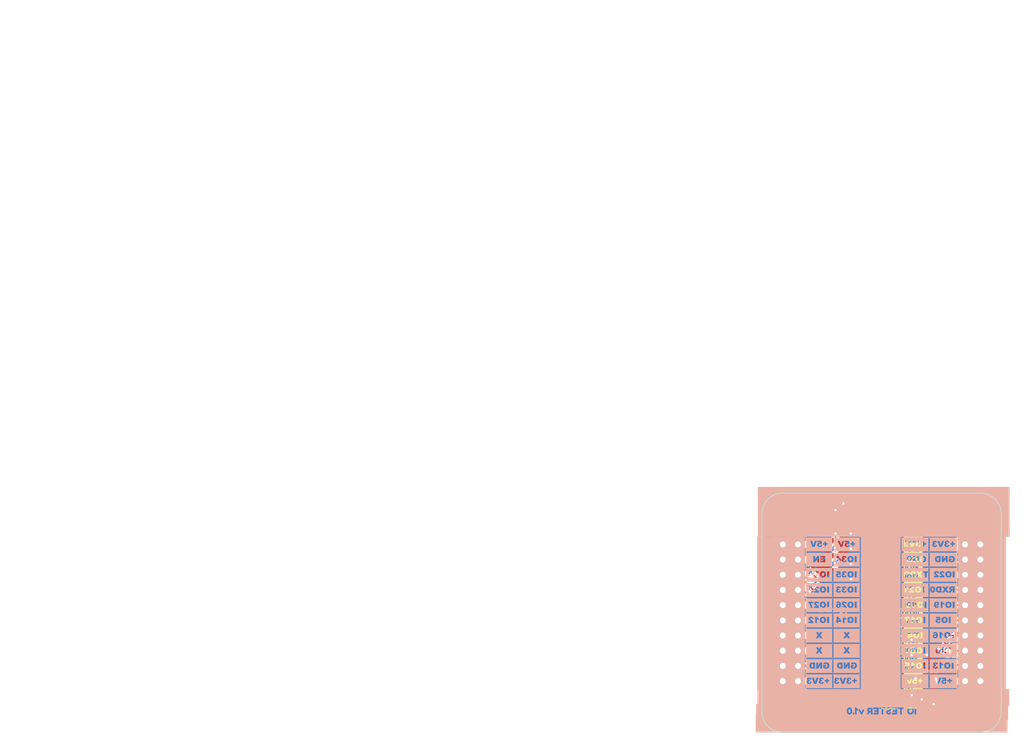
<source format=kicad_pcb>
(kicad_pcb (version 20211014) (generator pcbnew)
  (layers (0 "F.Cu" signal) (1 "In1.Cu" signal) (2 "In2.Cu" signal) (3 "In3.Cu" signal) (4 "In4.Cu" signal) (31 "B.Cu" signal) (34 "B.Paste" user) (35 "F.Paste" user) (36 "B.SilkS" user "B.Silkscreen") (37 "F.SilkS" user "F.Silkscreen") (38 "B.Mask" user) (39 "F.Mask" user) (44 "Edge.Cuts" user))
  (net 0 "")
  (net 1 "Net-(D1-Pad1)")
  (net 2 "/IO32")
  (net 3 "Net-(D2-Pad1)")
  (net 4 "/IO25")
  (net 5 "Net-(D3-Pad1)")
  (net 6 "/IO27")
  (net 7 "Net-(D4-Pad1)")
  (net 8 "/IO12")
  (net 9 "Net-(D5-Pad1)")
  (net 10 "/IO21")
  (net 11 "Net-(D6-Pad1)")
  (net 12 "/IO18")
  (net 13 "Net-(D7-Pad1)")
  (net 14 "/IO17")
  (net 15 "Net-(D8-Pad1)")
  (net 16 "/IO4")
  (net 17 "Net-(D9-Pad1)")
  (net 18 "/IO2")
  (net 19 "Net-(D10-Pad1)")
  (net 20 "/IO15")
  (net 21 "Net-(D11-Pad2)")
  (net 22 "/IO14")
  (net 23 "Net-(D12-Pad2)")
  (net 24 "/IO26")
  (net 25 "Net-(D13-Pad2)")
  (net 26 "/IO33")
  (net 27 "Net-(D14-Pad2)")
  (net 28 "/IO35")
  (net 29 "Net-(D15-Pad2)")
  (net 30 "/IO34")
  (net 31 "Net-(D16-Pad1)")
  (net 32 "/IO13")
  (net 33 "Net-(D17-Pad1)")
  (net 34 "/IO0")
  (net 35 "Net-(D18-Pad1)")
  (net 36 "/IO16")
  (net 37 "Net-(D19-Pad1)")
  (net 38 "/IO5")
  (net 39 "Net-(D20-Pad1)")
  (net 40 "/IO19")
  (net 41 "Net-(D21-Pad1)")
  (net 42 "/IO22")
  (net 43 "+5V")
  (net 44 "/EN")
  (net 49 "GND")
  (net 50 "+3V3")
  (net 51 "/TXD0")
  (net 52 "/RXD0")
  (footprint "Resistor_SMD:R_0603_1608Metric_Pad0.98x0.95mm_HandSolder" (layer "F.Cu") (at 145.6671 96.1136)
    (fp_text reference "R7" hide)
    (fp_text value "1k")
    (pad "1" smd roundrect locked (at -0.9125 0) (size 0.975 0.95) (layers "F.Cu" "F.Paste" "F.Mask") (net 49 "GND"))
    (pad "2" smd roundrect locked (at 0.9125 0) (size 0.975 0.95) (layers "F.Cu" "F.Paste" "F.Mask") (net 13 "Net-(D7-Pad1)"))
  )
  (footprint "LED_SMD:LED_0603_1608Metric_Pad1.05x0.95mm_HandSolder" (layer "F.Cu") (at 149.0726 102.2096 180)
    (fp_text reference "D15" hide)
    (fp_text value "LED")
    (pad "1" smd roundrect locked (at -0.875 0 180) (size 1.05 0.95) (layers "F.Cu" "F.Paste" "F.Mask") (net 49 "GND"))
    (pad "2" smd roundrect locked (at 0.875 0 180) (size 1.05 0.95) (layers "F.Cu" "F.Paste" "F.Mask") (net 29 "Net-(D15-Pad2)"))
  )
  (footprint "LED_SMD:LED_0603_1608Metric_Pad1.05x0.95mm_HandSolder" (layer "F.Cu") (at 149.0707 96.1136)
    (fp_text reference "D7" hide)
    (fp_text value "LED")
    (pad "1" smd roundrect locked (at -0.875 0) (size 1.05 0.95) (layers "F.Cu" "F.Paste" "F.Mask") (net 13 "Net-(D7-Pad1)"))
    (pad "2" smd roundrect locked (at 0.875 0) (size 1.05 0.95) (layers "F.Cu" "F.Paste" "F.Mask") (net 14 "/IO17"))
  )
  (footprint "LED_SMD:LED_0603_1608Metric_Pad1.05x0.95mm_HandSolder" (layer "F.Cu") (at 149.0707 86.9696)
    (fp_text reference "D1" hide)
    (fp_text value "LED")
    (pad "1" smd roundrect locked (at -0.875 0) (size 1.05 0.95) (layers "F.Cu" "F.Paste" "F.Mask") (net 1 "Net-(D1-Pad1)"))
    (pad "2" smd roundrect locked (at 0.875 0) (size 1.05 0.95) (layers "F.Cu" "F.Paste" "F.Mask") (net 2 "/IO32"))
  )
  (footprint "LED_SMD:LED_0603_1608Metric_Pad1.05x0.95mm_HandSolder" (layer "F.Cu") (at 149.0707 91.5416)
    (fp_text reference "D4" hide)
    (fp_text value "LED")
    (pad "1" smd roundrect locked (at -0.875 0) (size 1.05 0.95) (layers "F.Cu" "F.Paste" "F.Mask") (net 7 "Net-(D4-Pad1)"))
    (pad "2" smd roundrect locked (at 0.875 0) (size 1.05 0.95) (layers "F.Cu" "F.Paste" "F.Mask") (net 8 "/IO12"))
  )
  (footprint "Resistor_SMD:R_0603_1608Metric_Pad0.98x0.95mm_HandSolder" (layer "F.Cu") (at 145.6671 111.3536)
    (fp_text reference "R17" hide)
    (fp_text value "1k")
    (pad "1" smd roundrect locked (at -0.9125 0) (size 0.975 0.95) (layers "F.Cu" "F.Paste" "F.Mask") (net 49 "GND"))
    (pad "2" smd roundrect locked (at 0.9125 0) (size 0.975 0.95) (layers "F.Cu" "F.Paste" "F.Mask") (net 33 "Net-(D17-Pad1)"))
  )
  (footprint "Resistor_SMD:R_0603_1608Metric_Pad0.98x0.95mm_HandSolder" (layer "F.Cu") (at 145.669 103.7336 180)
    (fp_text reference "R14" hide)
    (fp_text value "1k")
    (pad "1" smd roundrect locked (at -0.9125 0 180) (size 0.975 0.95) (layers "F.Cu" "F.Paste" "F.Mask") (net 27 "Net-(D14-Pad2)"))
    (pad "2" smd roundrect locked (at 0.9125 0 180) (size 0.975 0.95) (layers "F.Cu" "F.Paste" "F.Mask") (net 28 "/IO35"))
  )
  (footprint "LED_SMD:LED_0603_1608Metric_Pad1.05x0.95mm_HandSolder" (layer "F.Cu") (at 149.0707 114.4016)
    (fp_text reference "D19" hide)
    (fp_text value "LED")
    (pad "1" smd roundrect locked (at -0.875 0) (size 1.05 0.95) (layers "F.Cu" "F.Paste" "F.Mask") (net 37 "Net-(D19-Pad1)"))
    (pad "2" smd roundrect locked (at 0.875 0) (size 1.05 0.95) (layers "F.Cu" "F.Paste" "F.Mask") (net 38 "/IO5"))
  )
  (footprint "Resistor_SMD:R_0603_1608Metric_Pad0.98x0.95mm_HandSolder" (layer "F.Cu") (at 145.6671 115.9256)
    (fp_text reference "R20" hide)
    (fp_text value "1k")
    (pad "1" smd roundrect locked (at -0.9125 0) (size 0.975 0.95) (layers "F.Cu" "F.Paste" "F.Mask") (net 49 "GND"))
    (pad "2" smd roundrect locked (at 0.9125 0) (size 0.975 0.95) (layers "F.Cu" "F.Paste" "F.Mask") (net 39 "Net-(D20-Pad1)"))
  )
  (footprint "LED_SMD:LED_0603_1608Metric_Pad1.05x0.95mm_HandSolder" (layer "F.Cu") (at 149.0707 99.1616)
    (fp_text reference "D9" hide)
    (fp_text value "LED")
    (pad "1" smd roundrect locked (at -0.875 0) (size 1.05 0.95) (layers "F.Cu" "F.Paste" "F.Mask") (net 17 "Net-(D9-Pad1)"))
    (pad "2" smd roundrect locked (at 0.875 0) (size 1.05 0.95) (layers "F.Cu" "F.Paste" "F.Mask") (net 18 "/IO2"))
  )
  (footprint "LED_SMD:LED_0603_1608Metric_Pad1.05x0.95mm_HandSolder" (layer "F.Cu") (at 149.0707 117.4496)
    (fp_text reference "D21" hide)
    (fp_text value "LED")
    (pad "1" smd roundrect locked (at -0.875 0) (size 1.05 0.95) (layers "F.Cu" "F.Paste" "F.Mask") (net 41 "Net-(D21-Pad1)"))
    (pad "2" smd roundrect locked (at 0.875 0) (size 1.05 0.95) (layers "F.Cu" "F.Paste" "F.Mask") (net 42 "/IO22"))
  )
  (footprint "Resistor_SMD:R_0603_1608Metric_Pad0.98x0.95mm_HandSolder" (layer "F.Cu") (at 145.669 106.7816 180)
    (fp_text reference "R12" hide)
    (fp_text value "1k")
    (pad "1" smd roundrect locked (at -0.9125 0 180) (size 0.975 0.95) (layers "F.Cu" "F.Paste" "F.Mask") (net 23 "Net-(D12-Pad2)"))
    (pad "2" smd roundrect locked (at 0.9125 0 180) (size 0.975 0.95) (layers "F.Cu" "F.Paste" "F.Mask") (net 24 "/IO26"))
  )
  (footprint "Resistor_SMD:R_0603_1608Metric_Pad0.98x0.95mm_HandSolder" (layer "F.Cu") (at 145.6671 99.1616)
    (fp_text reference "R9" hide)
    (fp_text value "1k")
    (pad "1" smd roundrect locked (at -0.9125 0) (size 0.975 0.95) (layers "F.Cu" "F.Paste" "F.Mask") (net 49 "GND"))
    (pad "2" smd roundrect locked (at 0.9125 0) (size 0.975 0.95) (layers "F.Cu" "F.Paste" "F.Mask") (net 17 "Net-(D9-Pad1)"))
  )
  (footprint "LED_SMD:LED_0603_1608Metric_Pad1.05x0.95mm_HandSolder" (layer "F.Cu") (at 149.0707 111.3536)
    (fp_text reference "D17" hide)
    (fp_text value "LED")
    (pad "1" smd roundrect locked (at -0.875 0) (size 1.05 0.95) (layers "F.Cu" "F.Paste" "F.Mask") (net 33 "Net-(D17-Pad1)"))
    (pad "2" smd roundrect locked (at 0.875 0) (size 1.05 0.95) (layers "F.Cu" "F.Paste" "F.Mask") (net 34 "/IO0"))
  )
  (footprint "Resistor_SMD:R_0603_1608Metric_Pad0.98x0.95mm_HandSolder" (layer "F.Cu") (at 145.6671 97.6376)
    (fp_text reference "R8" hide)
    (fp_text value "1k")
    (pad "1" smd roundrect locked (at -0.9125 0) (size 0.975 0.95) (layers "F.Cu" "F.Paste" "F.Mask") (net 49 "GND"))
    (pad "2" smd roundrect locked (at 0.9125 0) (size 0.975 0.95) (layers "F.Cu" "F.Paste" "F.Mask") (net 15 "Net-(D8-Pad1)"))
  )
  (footprint "LED_SMD:LED_0603_1608Metric_Pad1.05x0.95mm_HandSolder" (layer "F.Cu") (at 149.0707 109.8296)
    (fp_text reference "D16" hide)
    (fp_text value "LED")
    (pad "1" smd roundrect locked (at -0.875 0) (size 1.05 0.95) (layers "F.Cu" "F.Paste" "F.Mask") (net 31 "Net-(D16-Pad1)"))
    (pad "2" smd roundrect locked (at 0.875 0) (size 1.05 0.95) (layers "F.Cu" "F.Paste" "F.Mask") (net 32 "/IO13"))
  )
  (footprint "Resistor_SMD:R_0603_1608Metric_Pad0.98x0.95mm_HandSolder" (layer "F.Cu") (at 145.6671 114.4016)
    (fp_text reference "R19" hide)
    (fp_text value "1k")
    (pad "1" smd roundrect locked (at -0.9125 0) (size 0.975 0.95) (layers "F.Cu" "F.Paste" "F.Mask") (net 49 "GND"))
    (pad "2" smd roundrect locked (at 0.9125 0) (size 0.975 0.95) (layers "F.Cu" "F.Paste" "F.Mask") (net 37 "Net-(D19-Pad1)"))
  )
  (footprint "Resistor_SMD:R_0603_1608Metric_Pad0.98x0.95mm_HandSolder" (layer "F.Cu") (at 145.6671 117.4496)
    (fp_text reference "R21" hide)
    (fp_text value "1k")
    (pad "1" smd roundrect locked (at -0.9125 0) (size 0.975 0.95) (layers "F.Cu" "F.Paste" "F.Mask") (net 49 "GND"))
    (pad "2" smd roundrect locked (at 0.9125 0) (size 0.975 0.95) (layers "F.Cu" "F.Paste" "F.Mask") (net 41 "Net-(D21-Pad1)"))
  )
  (footprint "Resistor_SMD:R_0603_1608Metric_Pad0.98x0.95mm_HandSolder" (layer "F.Cu") (at 145.6671 91.5416)
    (fp_text reference "R4" hide)
    (fp_text value "1k")
    (pad "1" smd roundrect locked (at -0.9125 0) (size 0.975 0.95) (layers "F.Cu" "F.Paste" "F.Mask") (net 49 "GND"))
    (pad "2" smd roundrect locked (at 0.9125 0) (size 0.975 0.95) (layers "F.Cu" "F.Paste" "F.Mask") (net 7 "Net-(D4-Pad1)"))
  )
  (footprint "LED_SMD:LED_0603_1608Metric_Pad1.05x0.95mm_HandSolder" (layer "F.Cu") (at 149.0707 94.5896)
    (fp_text reference "D6" hide)
    (fp_text value "LED")
    (pad "1" smd roundrect locked (at -0.875 0) (size 1.05 0.95) (layers "F.Cu" "F.Paste" "F.Mask") (net 11 "Net-(D6-Pad1)"))
    (pad "2" smd roundrect locked (at 0.875 0) (size 1.05 0.95) (layers "F.Cu" "F.Paste" "F.Mask") (net 12 "/IO18"))
  )
  (footprint "Resistor_SMD:R_0603_1608Metric_Pad0.98x0.95mm_HandSolder" (layer "F.Cu") (at 145.6671 100.6856)
    (fp_text reference "R10" hide)
    (fp_text value "1k")
    (pad "1" smd roundrect locked (at -0.9125 0) (size 0.975 0.95) (layers "F.Cu" "F.Paste" "F.Mask") (net 49 "GND"))
    (pad "2" smd roundrect locked (at 0.9125 0) (size 0.975 0.95) (layers "F.Cu" "F.Paste" "F.Mask") (net 19 "Net-(D10-Pad1)"))
  )
  (footprint "LED_SMD:LED_0603_1608Metric_Pad1.05x0.95mm_HandSolder" (layer "F.Cu") (at 149.0707 90.0176)
    (fp_text reference "D3" hide)
    (fp_text value "LED")
    (pad "1" smd roundrect locked (at -0.875 0) (size 1.05 0.95) (layers "F.Cu" "F.Paste" "F.Mask") (net 5 "Net-(D3-Pad1)"))
    (pad "2" smd roundrect locked (at 0.875 0) (size 1.05 0.95) (layers "F.Cu" "F.Paste" "F.Mask") (net 6 "/IO27"))
  )
  (footprint "LED_SMD:LED_0603_1608Metric_Pad1.05x0.95mm_HandSolder" (layer "F.Cu") (at 149.0707 88.4936)
    (fp_text reference "D2" hide)
    (fp_text value "LED")
    (pad "1" smd roundrect locked (at -0.875 0) (size 1.05 0.95) (layers "F.Cu" "F.Paste" "F.Mask") (net 3 "Net-(D2-Pad1)"))
    (pad "2" smd roundrect locked (at 0.875 0) (size 1.05 0.95) (layers "F.Cu" "F.Paste" "F.Mask") (net 4 "/IO25"))
  )
  (footprint "Resistor_SMD:R_0603_1608Metric_Pad0.98x0.95mm_HandSolder" (layer "F.Cu") (at 145.6671 94.5896)
    (fp_text reference "R6" hide)
    (fp_text value "1k")
    (pad "1" smd roundrect locked (at -0.9125 0) (size 0.975 0.95) (layers "F.Cu" "F.Paste" "F.Mask") (net 49 "GND"))
    (pad "2" smd roundrect locked (at 0.9125 0) (size 0.975 0.95) (layers "F.Cu" "F.Paste" "F.Mask") (net 11 "Net-(D6-Pad1)"))
  )
  (footprint "Resistor_SMD:R_0603_1608Metric_Pad0.98x0.95mm_HandSolder" (layer "F.Cu") (at 145.6671 93.0656)
    (fp_text reference "R5" hide)
    (fp_text value "1k")
    (pad "1" smd roundrect locked (at -0.9125 0) (size 0.975 0.95) (layers "F.Cu" "F.Paste" "F.Mask") (net 49 "GND"))
    (pad "2" smd roundrect locked (at 0.9125 0) (size 0.975 0.95) (layers "F.Cu" "F.Paste" "F.Mask") (net 9 "Net-(D5-Pad1)"))
  )
  (footprint "LED_SMD:LED_0603_1608Metric_Pad1.05x0.95mm_HandSolder" (layer "F.Cu") (at 149.0707 100.6856)
    (fp_text reference "D10" hide)
    (fp_text value "LED")
    (pad "1" smd roundrect locked (at -0.875 0) (size 1.05 0.95) (layers "F.Cu" "F.Paste" "F.Mask") (net 19 "Net-(D10-Pad1)"))
    (pad "2" smd roundrect locked (at 0.875 0) (size 1.05 0.95) (layers "F.Cu" "F.Paste" "F.Mask") (net 20 "/IO15"))
  )
  (footprint "LED_SMD:LED_0603_1608Metric_Pad1.05x0.95mm_HandSolder" (layer "F.Cu") (at 149.0707 97.6376)
    (fp_text reference "D8" hide)
    (fp_text value "LED")
    (pad "1" smd roundrect locked (at -0.875 0) (size 1.05 0.95) (layers "F.Cu" "F.Paste" "F.Mask") (net 15 "Net-(D8-Pad1)"))
    (pad "2" smd roundrect locked (at 0.875 0) (size 1.05 0.95) (layers "F.Cu" "F.Paste" "F.Mask") (net 16 "/IO4"))
  )
  (footprint "LED_SMD:LED_0603_1608Metric_Pad1.05x0.95mm_HandSolder" (layer "F.Cu") (at 149.0707 105.2576 180)
    (fp_text reference "D13" hide)
    (fp_text value "LED")
    (pad "1" smd roundrect locked (at -0.875 0 180) (size 1.05 0.95) (layers "F.Cu" "F.Paste" "F.Mask") (net 49 "GND"))
    (pad "2" smd roundrect locked (at 0.875 0 180) (size 1.05 0.95) (layers "F.Cu" "F.Paste" "F.Mask") (net 25 "Net-(D13-Pad2)"))
  )
  (footprint "LED_SMD:LED_0603_1608Metric_Pad1.05x0.95mm_HandSolder" (layer "F.Cu") (at 149.0726 103.7336 180)
    (fp_text reference "D14" hide)
    (fp_text value "LED")
    (pad "1" smd roundrect locked (at -0.875 0 180) (size 1.05 0.95) (layers "F.Cu" "F.Paste" "F.Mask") (net 49 "GND"))
    (pad "2" smd roundrect locked (at 0.875 0 180) (size 1.05 0.95) (layers "F.Cu" "F.Paste" "F.Mask") (net 27 "Net-(D14-Pad2)"))
  )
  (footprint "Resistor_SMD:R_0603_1608Metric_Pad0.98x0.95mm_HandSolder" (layer "F.Cu") (at 145.6671 88.4936)
    (fp_text reference "R2" hide)
    (fp_text value "1k")
    (pad "1" smd roundrect locked (at -0.9125 0) (size 0.975 0.95) (layers "F.Cu" "F.Paste" "F.Mask") (net 49 "GND"))
    (pad "2" smd roundrect locked (at 0.9125 0) (size 0.975 0.95) (layers "F.Cu" "F.Paste" "F.Mask") (net 3 "Net-(D2-Pad1)"))
  )
  (footprint "Resistor_SMD:R_0603_1608Metric_Pad0.98x0.95mm_HandSolder" (layer "F.Cu") (at 145.6671 112.8776)
    (fp_text reference "R18" hide)
    (fp_text value "1k")
    (pad "1" smd roundrect locked (at -0.9125 0) (size 0.975 0.95) (layers "F.Cu" "F.Paste" "F.Mask") (net 49 "GND"))
    (pad "2" smd roundrect locked (at 0.9125 0) (size 0.975 0.95) (layers "F.Cu" "F.Paste" "F.Mask") (net 35 "Net-(D18-Pad1)"))
  )
  (footprint "Connector_PinHeader_2.54mm:PinHeader_2x10_P2.54mm_Vertical" (layer "F.Cu") (at 130.871 90.7142)
    (fp_text reference "J1" hide)
    (fp_text value "Conn_02x10_Odd_Even")
    (pad "1" thru_hole rect locked (at 0 0) (size 1.7 1.7) (drill 1) (layers *.Cu *.Mask) (net 43 "+5V"))
    (pad "2" thru_hole oval locked (at 2.54 0) (size 1.7 1.7) (drill 1) (layers *.Cu *.Mask) (net 43 "+5V"))
    (pad "3" thru_hole oval locked (at 0 2.54) (size 1.7 1.7) (drill 1) (layers *.Cu *.Mask) (net 44 "/EN"))
    (pad "4" thru_hole oval locked (at 2.54 2.54) (size 1.7 1.7) (drill 1) (layers *.Cu *.Mask) (net 30 "/IO34"))
    (pad "5" thru_hole oval locked (at 0 5.08) (size 1.7 1.7) (drill 1) (layers *.Cu *.Mask) (net 2 "/IO32"))
    (pad "6" thru_hole oval locked (at 2.54 5.08) (size 1.7 1.7) (drill 1) (layers *.Cu *.Mask) (net 28 "/IO35"))
    (pad "7" thru_hole oval locked (at 0 7.62) (size 1.7 1.7) (drill 1) (layers *.Cu *.Mask) (net 4 "/IO25"))
    (pad "8" thru_hole oval locked (at 2.54 7.62) (size 1.7 1.7) (drill 1) (layers *.Cu *.Mask) (net 26 "/IO33"))
    (pad "9" thru_hole oval locked (at 0 10.16) (size 1.7 1.7) (drill 1) (layers *.Cu *.Mask) (net 6 "/IO27"))
    (pad "10" thru_hole oval locked (at 2.54 10.16) (size 1.7 1.7) (drill 1) (layers *.Cu *.Mask) (net 24 "/IO26"))
    (pad "11" thru_hole oval locked (at 0 12.7) (size 1.7 1.7) (drill 1) (layers *.Cu *.Mask) (net 8 "/IO12"))
    (pad "12" thru_hole oval locked (at 2.54 12.7) (size 1.7 1.7) (drill 1) (layers *.Cu *.Mask) (net 22 "/IO14"))
    (pad "13" thru_hole oval locked (at 0 15.24) (size 1.7 1.7) (drill 1) (layers *.Cu *.Mask))
    (pad "14" thru_hole oval locked (at 2.54 15.24) (size 1.7 1.7) (drill 1) (layers *.Cu *.Mask))
    (pad "15" thru_hole oval locked (at 0 17.78) (size 1.7 1.7) (drill 1) (layers *.Cu *.Mask))
    (pad "16" thru_hole oval locked (at 2.54 17.78) (size 1.7 1.7) (drill 1) (layers *.Cu *.Mask))
    (pad "17" thru_hole oval locked (at 0 20.32) (size 1.7 1.7) (drill 1) (layers *.Cu *.Mask) (net 49 "GND"))
    (pad "18" thru_hole oval locked (at 2.54 20.32) (size 1.7 1.7) (drill 1) (layers *.Cu *.Mask) (net 49 "GND"))
    (pad "19" thru_hole oval locked (at 0 22.86) (size 1.7 1.7) (drill 1) (layers *.Cu *.Mask) (net 50 "+3V3"))
    (pad "20" thru_hole oval locked (at 2.54 22.86) (size 1.7 1.7) (drill 1) (layers *.Cu *.Mask) (net 50 "+3V3"))
  )
  (footprint "LED_SMD:LED_0603_1608Metric_Pad1.05x0.95mm_HandSolder" (layer "F.Cu") (at 149.0707 93.0656)
    (fp_text reference "D5" hide)
    (fp_text value "LED")
    (pad "1" smd roundrect locked (at -0.875 0) (size 1.05 0.95) (layers "F.Cu" "F.Paste" "F.Mask") (net 9 "Net-(D5-Pad1)"))
    (pad "2" smd roundrect locked (at 0.875 0) (size 1.05 0.95) (layers "F.Cu" "F.Paste" "F.Mask") (net 10 "/IO21"))
  )
  (footprint "LED_SMD:LED_0603_1608Metric_Pad1.05x0.95mm_HandSolder" (layer "F.Cu") (at 149.0726 106.7816 180)
    (fp_text reference "D12" hide)
    (fp_text value "LED")
    (pad "1" smd roundrect locked (at -0.875 0 180) (size 1.05 0.95) (layers "F.Cu" "F.Paste" "F.Mask") (net 49 "GND"))
    (pad "2" smd roundrect locked (at 0.875 0 180) (size 1.05 0.95) (layers "F.Cu" "F.Paste" "F.Mask") (net 23 "Net-(D12-Pad2)"))
  )
  (footprint "Resistor_SMD:R_0603_1608Metric_Pad0.98x0.95mm_HandSolder" (layer "F.Cu") (at 145.669 108.3056 180)
    (fp_text reference "R11" hide)
    (fp_text value "1k")
    (pad "1" smd roundrect locked (at -0.9125 0 180) (size 0.975 0.95) (layers "F.Cu" "F.Paste" "F.Mask") (net 21 "Net-(D11-Pad2)"))
    (pad "2" smd roundrect locked (at 0.9125 0 180) (size 0.975 0.95) (layers "F.Cu" "F.Paste" "F.Mask") (net 22 "/IO14"))
  )
  (footprint "Resistor_SMD:R_0603_1608Metric_Pad0.98x0.95mm_HandSolder" (layer "F.Cu") (at 145.669 102.2096 180)
    (fp_text reference "R15" hide)
    (fp_text value "1k")
    (pad "1" smd roundrect locked (at -0.9125 0 180) (size 0.975 0.95) (layers "F.Cu" "F.Paste" "F.Mask") (net 29 "Net-(D15-Pad2)"))
    (pad "2" smd roundrect locked (at 0.9125 0 180) (size 0.975 0.95) (layers "F.Cu" "F.Paste" "F.Mask") (net 30 "/IO34"))
  )
  (footprint "Resistor_SMD:R_0603_1608Metric_Pad0.98x0.95mm_HandSolder" (layer "F.Cu") (at 145.6671 109.8296)
    (fp_text reference "R16" hide)
    (fp_text value "1k")
    (pad "1" smd roundrect locked (at -0.9125 0) (size 0.975 0.95) (layers "F.Cu" "F.Paste" "F.Mask") (net 49 "GND"))
    (pad "2" smd roundrect locked (at 0.9125 0) (size 0.975 0.95) (layers "F.Cu" "F.Paste" "F.Mask") (net 31 "Net-(D16-Pad1)"))
  )
  (footprint "kibuzzard-6415BE7B" (layer "F.Cu") (at 152.6794 102.1842)
    (fp_text reference "kibuzzard-6415BE7B" hide)
    (fp_text value "G***" hide)
  )
  (footprint "LED_SMD:LED_0603_1608Metric_Pad1.05x0.95mm_HandSolder" (layer "F.Cu") (at 149.0726 108.3056 180)
    (fp_text reference "D11" hide)
    (fp_text value "LED")
    (pad "1" smd roundrect locked (at -0.875 0 180) (size 1.05 0.95) (layers "F.Cu" "F.Paste" "F.Mask") (net 49 "GND"))
    (pad "2" smd roundrect locked (at 0.875 0 180) (size 1.05 0.95) (layers "F.Cu" "F.Paste" "F.Mask") (net 21 "Net-(D11-Pad2)"))
  )
  (footprint "Resistor_SMD:R_0603_1608Metric_Pad0.98x0.95mm_HandSolder" (layer "F.Cu") (at 145.6671 90.0176)
    (fp_text reference "R3" hide)
    (fp_text value "1k")
    (pad "1" smd roundrect locked (at -0.9125 0) (size 0.975 0.95) (layers "F.Cu" "F.Paste" "F.Mask") (net 49 "GND"))
    (pad "2" smd roundrect locked (at 0.9125 0) (size 0.975 0.95) (layers "F.Cu" "F.Paste" "F.Mask") (net 5 "Net-(D3-Pad1)"))
  )
  (footprint "Resistor_SMD:R_0603_1608Metric_Pad0.98x0.95mm_HandSolder" (layer "F.Cu") (at 145.6671 105.2576 180)
    (fp_text reference "R13" hide)
    (fp_text value "1k")
    (pad "1" smd roundrect locked (at -0.9125 0 180) (size 0.975 0.95) (layers "F.Cu" "F.Paste" "F.Mask") (net 25 "Net-(D13-Pad2)"))
    (pad "2" smd roundrect locked (at 0.9125 0 180) (size 0.975 0.95) (layers "F.Cu" "F.Paste" "F.Mask") (net 26 "/IO33"))
  )
  (footprint "Resistor_SMD:R_0603_1608Metric_Pad0.98x0.95mm_HandSolder" (layer "F.Cu") (at 145.6671 86.9696)
    (fp_text reference "R1" hide)
    (fp_text value "1k")
    (pad "1" smd roundrect locked (at -0.9125 0) (size 0.975 0.95) (layers "F.Cu" "F.Paste" "F.Mask") (net 49 "GND"))
    (pad "2" smd roundrect locked (at 0.9125 0) (size 0.975 0.95) (layers "F.Cu" "F.Paste" "F.Mask") (net 1 "Net-(D1-Pad1)"))
  )
  (footprint "Connector_PinHeader_2.54mm:PinHeader_2x10_P2.54mm_Vertical" (layer "F.Cu") (at 161.351 90.7142)
    (fp_text reference "J2" hide)
    (fp_text value "Conn_02x10_Odd_Even")
    (pad "1" thru_hole rect locked (at 0 0) (size 1.7 1.7) (drill 1) (layers *.Cu *.Mask) (net 50 "+3V3"))
    (pad "2" thru_hole oval locked (at 2.54 0) (size 1.7 1.7) (drill 1) (layers *.Cu *.Mask) (net 50 "+3V3"))
    (pad "3" thru_hole oval locked (at 0 2.54) (size 1.7 1.7) (drill 1) (layers *.Cu *.Mask) (net 49 "GND"))
    (pad "4" thru_hole oval locked (at 2.54 2.54) (size 1.7 1.7) (drill 1) (layers *.Cu *.Mask) (net 49 "GND"))
    (pad "5" thru_hole oval locked (at 0 5.08) (size 1.7 1.7) (drill 1) (layers *.Cu *.Mask) (net 51 "/TXD0"))
    (pad "6" thru_hole oval locked (at 2.54 5.08) (size 1.7 1.7) (drill 1) (layers *.Cu *.Mask) (net 42 "/IO22"))
    (pad "7" thru_hole oval locked (at 0 7.62) (size 1.7 1.7) (drill 1) (layers *.Cu *.Mask) (net 10 "/IO21"))
    (pad "8" thru_hole oval locked (at 2.54 7.62) (size 1.7 1.7) (drill 1) (layers *.Cu *.Mask) (net 52 "/RXD0"))
    (pad "9" thru_hole oval locked (at 0 10.16) (size 1.7 1.7) (drill 1) (layers *.Cu *.Mask) (net 12 "/IO18"))
    (pad "10" thru_hole oval locked (at 2.54 10.16) (size 1.7 1.7) (drill 1) (layers *.Cu *.Mask) (net 40 "/IO19"))
    (pad "11" thru_hole oval locked (at 0 12.7) (size 1.7 1.7) (drill 1) (layers *.Cu *.Mask) (net 14 "/IO17"))
    (pad "12" thru_hole oval locked (at 2.54 12.7) (size 1.7 1.7) (drill 1) (layers *.Cu *.Mask) (net 38 "/IO5"))
    (pad "13" thru_hole oval locked (at 0 15.24) (size 1.7 1.7) (drill 1) (layers *.Cu *.Mask) (net 16 "/IO4"))
    (pad "14" thru_hole oval locked (at 2.54 15.24) (size 1.7 1.7) (drill 1) (layers *.Cu *.Mask) (net 36 "/IO16"))
    (pad "15" thru_hole oval locked (at 0 17.78) (size 1.7 1.7) (drill 1) (layers *.Cu *.Mask) (net 18 "/IO2"))
    (pad "16" thru_hole oval locked (at 2.54 17.78) (size 1.7 1.7) (drill 1) (layers *.Cu *.Mask) (net 34 "/IO0"))
    (pad "17" thru_hole oval locked (at 0 20.32) (size 1.7 1.7) (drill 1) (layers *.Cu *.Mask) (net 20 "/IO15"))
    (pad "18" thru_hole oval locked (at 2.54 20.32) (size 1.7 1.7) (drill 1) (layers *.Cu *.Mask) (net 32 "/IO13"))
    (pad "19" thru_hole oval locked (at 0 22.86) (size 1.7 1.7) (drill 1) (layers *.Cu *.Mask) (net 43 "+5V"))
    (pad "20" thru_hole oval locked (at 2.54 22.86) (size 1.7 1.7) (drill 1) (layers *.Cu *.Mask) (net 43 "+5V"))
  )
  (footprint "LED_SMD:LED_0603_1608Metric_Pad1.05x0.95mm_HandSolder" (layer "F.Cu") (at 149.0707 115.9256)
    (fp_text reference "D20" hide)
    (fp_text value "LED")
    (pad "1" smd roundrect locked (at -0.875 0) (size 1.05 0.95) (layers "F.Cu" "F.Paste" "F.Mask") (net 39 "Net-(D20-Pad1)"))
    (pad "2" smd roundrect locked (at 0.875 0) (size 1.05 0.95) (layers "F.Cu" "F.Paste" "F.Mask") (net 40 "/IO19"))
  )
  (footprint "LED_SMD:LED_0603_1608Metric_Pad1.05x0.95mm_HandSolder" (layer "F.Cu") (at 149.0707 112.8776)
    (fp_text reference "D18" hide)
    (fp_text value "LED")
    (pad "1" smd roundrect locked (at -0.875 0) (size 1.05 0.95) (layers "F.Cu" "F.Paste" "F.Mask") (net 35 "Net-(D18-Pad1)"))
    (pad "2" smd roundrect locked (at 0.875 0) (size 1.05 0.95) (layers "F.Cu" "F.Paste" "F.Mask") (net 36 "/IO16"))
  )
  (footprint "footprint:ConnectCube_IO_02" (layer "B.Cu") (at 139.2428 102.1588 180)
    (fp_text reference "G***" (at 0 0) (layer "B.SilkS") (effects (font (size 1.524 1.524) (thickness 0.3)) (justify mirror)))
    (fp_text value "LOGO" hide)
  )
  (footprint "footprint:ConnectCube_IO_01" (layer "B.Cu") (at 155.3718 102.1588 180)
    (fp_text reference "G***" hide)
    (fp_text value "LOGO" hide)
  )
  (footprint "kibuzzard-6415B1F6" (layer "B.Cu") (at 147.381 118.5672 180)
    (fp_text reference "kibuzzard-6415B1F6" hide)
    (fp_text value "G***" hide)
  )
  (gr_rect (start 160.2359 89.2556) (end 168.0845 115.0366) (layer "B.SilkS") (width 0.15) (fill solid))
  (gr_rect (start 150.5077 115.1382) (end 143.9799 81.2292) (layer "B.SilkS") (width 0.15) (fill solid))
  (gr_rect (start 126.4793 117.4496) (end 141.3891 120.1928) (layer "B.SilkS") (width 0.15) (fill solid))
  (gr_rect (start 153.5557 117.2464) (end 168.4655 119.9896) (layer "B.SilkS") (width 0.15) (fill solid))
  (gr_rect (start 126.7841 81.1784) (end 168.7195 89.3826) (layer "B.SilkS") (width 0.15) (fill solid))
  (gr_rect (start 126.7206 114.9731) (end 168.656 117.7163) (layer "B.SilkS") (width 0.15) (fill solid))
  (gr_rect (start 126.4285 119.3546) (end 168.3639 122.0978) (layer "B.SilkS") (width 0.15) (fill solid))
  (gr_rect (start 126.6571 89.5096) (end 134.5057 115.0112) (layer "B.SilkS") (width 0.15) (fill solid))
  (gr_line (start 163.931 122.1442) (end 130.831 122.1442) (layer "Edge.Cuts") (width 0.2))
  (gr_arc (start 163.931 82.1442) (mid 166.370518 83.154682) (end 167.381 85.5942) (layer "Edge.Cuts") (width 0.2))
  (gr_arc (start 127.381 85.5942) (mid 128.391481 83.154682) (end 130.830999 82.1442) (layer "Edge.Cuts") (width 0.2))
  (gr_arc (start 130.831 122.1442) (mid 128.391482 121.133718) (end 127.381 118.6942) (layer "Edge.Cuts") (width 0.2))
  (gr_line (start 167.381 85.5942) (end 167.381 118.6942) (layer "Edge.Cuts") (width 0.2))
  (gr_line (start 130.830999 82.1442) (end 163.931 82.1442) (layer "Edge.Cuts") (width 0.2))
  (gr_arc (start 167.381 118.6942) (mid 166.370518 121.133718) (end 163.931 122.1442) (layer "Edge.Cuts") (width 0.2))
  (gr_line (start 127.381 118.6942) (end 127.381 85.5942) (layer "Edge.Cuts") (width 0.2))
  (segment (start 146.5796 86.9696) (end 148.1957 86.9696) (width 0.25) (layer "F.Cu") (net 1))
  (segment (start 135.7376 90.678) (end 134.335911 92.079689) (width 0.25) (layer "F.Cu") (net 2))
  (segment (start 132.0546 92.94959) (end 132.0546 94.6106) (width 0.25) (layer "F.Cu") (net 2))
  (segment (start 136.929828 86.17008) (end 135.7376 87.362308) (width 0.25) (layer "F.Cu") (net 2))
  (segment (start 134.335911 92.079689) (end 132.924501 92.079689) (width 0.25) (layer "F.Cu") (net 2))
  (segment (start 132.924501 92.079689) (end 132.0546 92.94959) (width 0.25) (layer "F.Cu") (net 2))
  (segment (start 149.9457 86.9696) (end 149.14618 86.17008) (width 0.25) (layer "F.Cu") (net 2))
  (segment (start 135.7376 87.362308) (end 135.7376 90.678) (width 0.25) (layer "F.Cu") (net 2))
  (segment (start 149.14618 86.17008) (end 136.929828 86.17008) (width 0.25) (layer "F.Cu") (net 2))
  (segment (start 132.0546 94.6106) (end 130.871 95.7942) (width 0.25) (layer "F.Cu") (net 2))
  (segment (start 146.5796 88.4936) (end 148.1703 88.4936) (width 0.25) (layer "F.Cu") (net 3))
  (segment (start 148.1703 88.4936) (end 148.1957 88.4682) (width 0.25) (layer "F.Cu") (net 3))
  (segment (start 136.74363 85.72056) (end 150.016476 85.72056) (width 0.25) (layer "F.Cu") (net 4))
  (segment (start 129.696489 89.539689) (end 132.924501 89.539689) (width 0.25) (layer "F.Cu") (net 4))
  (segment (start 130.871 98.3342) (end 128.9304 96.3936) (width 0.25) (layer "F.Cu") (net 4))
  (segment (start 132.924501 89.539689) (end 136.74363 85.72056) (width 0.25) (layer "F.Cu") (net 4))
  (segment (start 150.016476 85.72056) (end 150.79522 86.499304) (width 0.25) (layer "F.Cu") (net 4))
  (segment (start 150.79522 86.499304) (end 150.79522 87.64408) (width 0.25) (layer "F.Cu") (net 4))
  (segment (start 128.9304 90.305778) (end 129.696489 89.539689) (width 0.25) (layer "F.Cu") (net 4))
  (segment (start 128.9304 96.3936) (end 128.9304 90.305778) (width 0.25) (layer "F.Cu") (net 4))
  (segment (start 150.79522 87.64408) (end 149.9457 88.4936) (width 0.25) (layer "F.Cu") (net 4))
  (segment (start 146.5796 90.0176) (end 148.1957 90.0176) (width 0.25) (layer "F.Cu") (net 5))
  (segment (start 139.97498 85.27104) (end 139.7 84.99606) (width 0.25) (layer "F.Cu") (net 6))
  (segment (start 150.202674 85.27104) (end 139.97498 85.27104) (width 0.25) (layer "F.Cu") (net 6))
  (segment (start 151.24474 88.71856) (end 151.24474 86.313106) (width 0.25) (layer "F.Cu") (net 6))
  (segment (start 149.9457 90.0176) (end 151.24474 88.71856) (width 0.25) (layer "F.Cu") (net 6))
  (segment (start 151.24474 86.313106) (end 150.202674 85.27104) (width 0.25) (layer "F.Cu") (net 6))
  (via (at 139.573 91.313) (size 0.8) (drill 0.4) (layers "F.Cu" "B.Cu") (net 6))
  (via (at 139.7 88.9) (size 0.8) (drill 0.4) (layers "F.Cu" "B.Cu") (net 6))
  (via (at 139.7 84.99606) (size 0.8) (drill 0.4) (layers "F.Cu" "B.Cu") (net 6))
  (segment (start 132.236489 97.785911) (end 133.053689 96.968711) (width 0.25) (layer "B.Cu") (net 6))
  (segment (start 133.053689 96.968711) (end 133.917289 96.968711) (width 0.25) (layer "B.Cu") (net 6))
  (segment (start 135.60292 95.28308) (end 139.573 91.313) (width 0.25) (layer "B.Cu") (net 6))
  (segment (start 133.917289 96.968711) (end 135.60292 95.28308) (width 0.25) (layer "B.Cu") (net 6))
  (segment (start 132.236489 99.508711) (end 132.236489 97.785911) (width 0.25) (layer "B.Cu") (net 6))
  (segment (start 139.573 91.313) (end 139.7 91.186) (width 0.25) (layer "B.Cu") (net 6))
  (segment (start 139.7 88.9) (end 139.7 84.99606) (width 0.25) (layer "B.Cu") (net 6))
  (segment (start 139.7 91.186) (end 139.7 88.9) (width 0.25) (layer "B.Cu") (net 6))
  (segment (start 130.871 100.8742) (end 132.236489 99.508711) (width 0.25) (layer "B.Cu") (net 6))
  (segment (start 146.5796 91.5416) (end 148.1957 91.5416) (width 0.25) (layer "F.Cu") (net 7))
  (segment (start 151.69426 89.79304) (end 151.69426 86.126908) (width 0.25) (layer "F.Cu") (net 8))
  (segment (start 141.94612 84.82152) (end 140.9954 83.8708) (width 0.25) (layer "F.Cu") (net 8))
  (segment (start 149.9457 91.5416) (end 151.69426 89.79304) (width 0.25) (layer "F.Cu") (net 8))
  (segment (start 151.69426 86.126908) (end 150.388872 84.82152) (width 0.25) (layer "F.Cu") (net 8))
  (segment (start 150.388872 84.82152) (end 141.94612 84.82152) (width 0.25) (layer "F.Cu") (net 8))
  (via (at 139.563105 93.843105) (size 0.8) (drill 0.4) (layers "F.Cu" "B.Cu") (net 8))
  (via (at 140.9954 83.8708) (size 0.8) (drill 0.4) (layers "F.Cu" "B.Cu") (net 8))
  (segment (start 130.871 103.4142) (end 132.236489 102.048711) (width 0.25) (layer "B.Cu") (net 8))
  (segment (start 141.0208 92.38541) (end 141.0208 83.8962) (width 0.25) (layer "B.Cu") (net 8))
  (segment (start 141.0208 83.8962) (end 140.9954 83.8708) (width 0.25) (layer "B.Cu") (net 8))
  (segment (start 132.236489 102.048711) (end 132.236489 100.387701) (width 0.25) (layer "B.Cu") (net 8))
  (segment (start 139.563105 93.843105) (end 141.0208 92.38541) (width 0.25) (layer "B.Cu") (net 8))
  (segment (start 132.236489 100.387701) (end 133.08159 99.5426) (width 0.25) (layer "B.Cu") (net 8))
  (segment (start 133.86361 99.5426) (end 139.563105 93.843105) (width 0.25) (layer "B.Cu") (net 8))
  (segment (start 133.08159 99.5426) (end 133.86361 99.5426) (width 0.25) (layer "B.Cu") (net 8))
  (segment (start 146.5796 93.0656) (end 148.1957 93.0656) (width 0.25) (layer "F.Cu") (net 9))
  (segment (start 161.351 98.3342) (end 155.2143 98.3342) (width 0.25) (layer "F.Cu") (net 10))
  (segment (start 155.2143 98.3342) (end 149.9457 93.0656) (width 0.25) (layer "F.Cu") (net 10))
  (segment (start 146.5796 94.5896) (end 148.1957 94.5896) (width 0.25) (layer "F.Cu") (net 11))
  (segment (start 161.351 100.8742) (end 156.2303 100.8742) (width 0.25) (layer "F.Cu") (net 12))
  (segment (start 156.2303 100.8742) (end 149.9457 94.5896) (width 0.25) (layer "F.Cu") (net 12))
  (segment (start 148.1957 96.1136) (end 146.5796 96.1136) (width 0.25) (layer "F.Cu") (net 13))
  (segment (start 161.351 103.4142) (end 157.2463 103.4142) (width 0.25) (layer "F.Cu") (net 14))
  (segment (start 157.2463 103.4142) (end 149.9457 96.1136) (width 0.25) (layer "F.Cu") (net 14))
  (segment (start 146.5796 97.6376) (end 148.1957 97.6376) (width 0.25) (layer "F.Cu") (net 15))
  (segment (start 158.2623 105.9542) (end 149.9457 97.6376) (width 0.25) (layer "F.Cu") (net 16))
  (segment (start 161.351 105.9542) (end 158.2623 105.9542) (width 0.25) (layer "F.Cu") (net 16))
  (segment (start 146.5796 99.1616) (end 148.1957 99.1616) (width 0.25) (layer "F.Cu") (net 17))
  (segment (start 161.351 108.4942) (end 159.2783 108.4942) (width 0.25) (layer "F.Cu") (net 18))
  (segment (start 159.2783 108.4942) (end 149.9457 99.1616) (width 0.25) (layer "F.Cu") (net 18))
  (segment (start 146.5796 100.6856) (end 148.1957 100.6856) (width 0.25) (layer "F.Cu") (net 19))
  (segment (start 160.2943 111.0342) (end 149.9457 100.6856) (width 0.25) (layer "F.Cu") (net 20))
  (segment (start 161.351 111.0342) (end 160.2943 111.0342) (width 0.25) (layer "F.Cu") (net 20))
  (segment (start 146.5815 108.3056) (end 148.1976 108.3056) (width 0.25) (layer "F.Cu") (net 21))
  (segment (start 144.794 108.3056) (end 138.3024 108.3056) (width 0.25) (layer "F.Cu") (net 22))
  (segment (start 138.3024 108.3056) (end 133.411 103.4142) (width 0.25) (layer "F.Cu") (net 22))
  (segment (start 146.5815 106.7816) (end 148.1976 106.7816) (width 0.25) (layer "F.Cu") (net 23))
  (segment (start 139.3184 106.7816) (end 133.411 100.8742) (width 0.25) (layer "F.Cu") (net 24))
  (segment (start 144.794 106.7816) (end 139.3184 106.7816) (width 0.25) (layer "F.Cu") (net 24))
  (segment (start 146.5796 105.2576) (end 148.1957 105.2576) (width 0.25) (layer "F.Cu") (net 25))
  (segment (start 144.7959 105.2576) (end 140.3344 105.2576) (width 0.25) (layer "F.Cu") (net 26))
  (segment (start 140.3344 105.2576) (end 133.411 98.3342) (width 0.25) (layer "F.Cu") (net 26))
  (segment (start 146.5815 103.7336) (end 148.1976 103.7336) (width 0.25) (layer "F.Cu") (net 27))
  (segment (start 141.3504 103.7336) (end 133.411 95.7942) (width 0.25) (layer "F.Cu") (net 28))
  (segment (start 144.794 103.7336) (end 141.3504 103.7336) (width 0.25) (layer "F.Cu") (net 28))
  (segment (start 146.5815 102.2096) (end 148.1976 102.2096) (width 0.25) (layer "F.Cu") (net 29))
  (segment (start 144.794 102.2096) (end 142.3664 102.2096) (width 0.25) (layer "F.Cu") (net 30))
  (segment (start 142.3664 102.2096) (end 133.411 93.2542) (width 0.25) (layer "F.Cu") (net 30))
  (segment (start 148.1957 109.8296) (end 146.5796 109.8296) (width 0.25) (layer "F.Cu") (net 31))
  (segment (start 163.891 111.0342) (end 162.525511 112.399689) (width 0.25) (layer "F.Cu") (net 32))
  (segment (start 152.515789 112.399689) (end 149.9457 109.8296) (width 0.25) (layer "F.Cu") (net 32))
  (segment (start 162.525511 112.399689) (end 152.515789 112.399689) (width 0.25) (layer "F.Cu") (net 32))
  (segment (start 146.5796 111.3536) (end 148.1957 111.3536) (width 0.25) (layer "F.Cu") (net 33))
  (segment (start 149.9457 111.3536) (end 153.340811 114.748711) (width 0.25) (layer "F.Cu") (net 34))
  (segment (start 164.36901 112.2172) (end 165.065511 111.520699) (width 0.25) (layer "F.Cu") (net 34))
  (segment (start 163.58699 112.2172) (end 164.36901 112.2172) (width 0.25) (layer "F.Cu") (net 34))
  (segment (start 165.065511 109.668711) (end 163.891 108.4942) (width 0.25) (layer "F.Cu") (net 34))
  (segment (start 162.525511 114.060699) (end 162.525511 113.278679) (width 0.25) (layer "F.Cu") (net 34))
  (segment (start 162.525511 113.278679) (end 163.58699 112.2172) (width 0.25) (layer "F.Cu") (net 34))
  (segment (start 165.065511 111.520699) (end 165.065511 109.668711) (width 0.25) (layer "F.Cu") (net 34))
  (segment (start 153.340811 114.748711) (end 161.837499 114.748711) (width 0.25) (layer "F.Cu") (net 34))
  (segment (start 161.837499 114.748711) (end 162.525511 114.060699) (width 0.25) (layer "F.Cu") (net 34))
  (segment (start 148.1957 112.8776) (end 146.5796 112.8776) (width 0.25) (layer "F.Cu") (net 35))
  (segment (start 164.377499 114.748711) (end 165.5572 113.56901) (width 0.25) (layer "F.Cu") (net 36))
  (segment (start 165.5572 107.6204) (end 163.891 105.9542) (width 0.25) (layer "F.Cu") (net 36))
  (segment (start 163.404501 114.748711) (end 164.377499 114.748711) (width 0.25) (layer "F.Cu") (net 36))
  (segment (start 165.5572 113.56901) (end 165.5572 107.6204) (width 0.25) (layer "F.Cu") (net 36))
  (segment (start 162.954981 115.198231) (end 163.404501 114.748711) (width 0.25) (layer "F.Cu") (net 36))
  (segment (start 152.266331 115.198231) (end 162.954981 115.198231) (width 0.25) (layer "F.Cu") (net 36))
  (segment (start 149.9457 112.8776) (end 152.266331 115.198231) (width 0.25) (layer "F.Cu") (net 36))
  (segment (start 148.1957 114.4016) (end 146.5796 114.4016) (width 0.25) (layer "F.Cu") (net 37))
  (segment (start 149.9457 114.4016) (end 151.466831 115.922731) (width 0.25) (layer "F.Cu") (net 38))
  (segment (start 151.466831 115.922731) (end 152.452529 115.922731) (width 0.25) (layer "F.Cu") (net 38))
  (via (at 152.452529 115.922731) (size 0.8) (drill 0.4) (layers "F.Cu" "B.Cu") (net 38))
  (segment (start 152.452529 115.922731) (end 152.452529 113.191661) (width 0.25) (layer "B.Cu") (net 38))
  (segment (start 152.452529 113.191661) (end 161.055479 104.588711) (width 0.25) (layer "B.Cu") (net 38))
  (segment (start 162.716489 104.588711) (end 163.891 103.4142) (width 0.25) (layer "B.Cu") (net 38))
  (segment (start 161.055479 104.588711) (end 162.716489 104.588711) (width 0.25) (layer "B.Cu") (net 38))
  (segment (start 146.5796 115.9256) (end 148.1957 115.9256) (width 0.25) (layer "F.Cu") (net 39))
  (segment (start 149.9457 115.9256) (end 150.6823 116.6622) (width 0.25) (layer "F.Cu") (net 40))
  (segment (start 150.6823 116.6622) (end 154.1018 116.6622) (width 0.25) (layer "F.Cu") (net 40))
  (via (at 154.1018 116.6622) (size 0.8) (drill 0.4) (layers "F.Cu" "B.Cu") (net 40))
  (segment (start 164.377499 107.128711) (end 165.065511 106.440699) (width 0.25) (layer "B.Cu") (net 40))
  (segment (start 165.065511 102.048711) (end 163.891 100.8742) (width 0.25) (layer "B.Cu") (net 40))
  (segment (start 154.1018 116.6622) (end 154.1018 112.178108) (width 0.25) (layer "B.Cu") (net 40))
  (segment (start 154.1018 112.178108) (end 159.151197 107.128711) (width 0.25) (layer "B.Cu") (net 40))
  (segment (start 165.065511 106.440699) (end 165.065511 102.048711) (width 0.25) (layer "B.Cu") (net 40))
  (segment (start 159.151197 107.128711) (end 164.377499 107.128711) (width 0.25) (layer "B.Cu") (net 40))
  (segment (start 146.5796 117.4496) (end 148.1957 117.4496) (width 0.25) (layer "F.Cu") (net 41))
  (segment (start 156.083 117.4496) (end 156.1084 117.4242) (width 0.25) (layer "F.Cu") (net 42))
  (segment (start 149.9457 117.4496) (end 156.083 117.4496) (width 0.25) (layer "F.Cu") (net 42))
  (via (at 156.1084 117.4242) (size 0.8) (drill 0.4) (layers "F.Cu" "B.Cu") (net 42))
  (segment (start 165.515031 97.418231) (end 163.891 95.7942) (width 0.25) (layer "B.Cu") (net 42))
  (segment (start 157.055937 109.859689) (end 164.186521 109.859689) (width 0.25) (layer "B.Cu") (net 42))
  (segment (start 165.515031 108.531179) (end 165.515031 97.418231) (width 0.25) (layer "B.Cu") (net 42))
  (segment (start 156.1084 117.4242) (end 156.1084 110.807226) (width 0.25) (layer "B.Cu") (net 42))
  (segment (start 164.186521 109.859689) (end 165.515031 108.531179) (width 0.25) (layer "B.Cu") (net 42))
  (segment (start 156.1084 110.807226) (end 157.055937 109.859689) (width 0.25) (layer "B.Cu") (net 42))
  (via (at 142.24 91.44) (size 0.8) (drill 0.4) (layers "F.Cu" "B.Cu") (net 49))
  (via (at 154.94 109.22) (size 0.8) (drill 0.4) (layers "F.Cu" "B.Cu") (net 49))
  (via (at 142.24 96.52) (size 0.8) (drill 0.4) (layers "F.Cu" "B.Cu") (net 49))
  (via (at 142.24 88.9) (size 0.8) (drill 0.4) (layers "F.Cu" "B.Cu") (net 49))
  (via (at 152.4 109.22) (size 0.8) (drill 0.4) (layers "F.Cu" "B.Cu") (net 49))
  (via (at 152.4 106.68) (size 0.8) (drill 0.4) (layers "F.Cu" "B.Cu") (net 49))
  (via (at 142.24 93.98) (size 0.8) (drill 0.4) (layers "F.Cu" "B.Cu") (net 49))
  (zone (net 49) (net_name "GND") (layers F&B.Cu) (name "stitch_zone_0") (connect_pads (clearance 0.508)) (min_thickness 0.254) (fill yes (thermal_gap 0.508) (thermal_bridge_width 0.508))
    (polygon (pts (xy 168.1988 81.534) (xy 168.5798 122.8344) (xy 126.7714 122.1232) (xy 127.0254 81.407)))
  )
)
</source>
